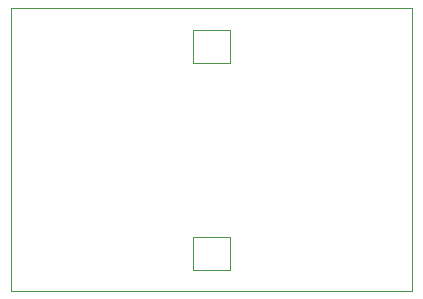
<source format=gbr>
%TF.GenerationSoftware,KiCad,Pcbnew,(6.0.7)*%
%TF.CreationDate,2024-10-06T09:26:11-05:00*%
%TF.ProjectId,RGB7Segment,52474237-5365-4676-9d65-6e742e6b6963,rev?*%
%TF.SameCoordinates,Original*%
%TF.FileFunction,Profile,NP*%
%FSLAX46Y46*%
G04 Gerber Fmt 4.6, Leading zero omitted, Abs format (unit mm)*
G04 Created by KiCad (PCBNEW (6.0.7)) date 2024-10-06 09:26:11*
%MOMM*%
%LPD*%
G01*
G04 APERTURE LIST*
%TA.AperFunction,Profile*%
%ADD10C,0.100000*%
%TD*%
%TA.AperFunction,Profile*%
%ADD11C,0.025400*%
%TD*%
G04 APERTURE END LIST*
D10*
X182000000Y-84500000D02*
X216000000Y-84500000D01*
X216000000Y-84500000D02*
X216000000Y-108500000D01*
X216000000Y-108500000D02*
X182000000Y-108500000D01*
X182000000Y-108500000D02*
X182000000Y-84500000D01*
D11*
%TO.C,D1*%
X200600200Y-106678050D02*
X200600200Y-103884050D01*
X197399800Y-103884050D02*
X200600200Y-103884050D01*
X197399800Y-103884050D02*
X197399800Y-106678050D01*
X197399800Y-106678050D02*
X200600200Y-106678050D01*
%TO.C,A1*%
X200600200Y-89178050D02*
X200600200Y-86384050D01*
X197399800Y-86384050D02*
X200600200Y-86384050D01*
X197399800Y-89178050D02*
X200600200Y-89178050D01*
X197399800Y-86384050D02*
X197399800Y-89178050D01*
%TD*%
M02*

</source>
